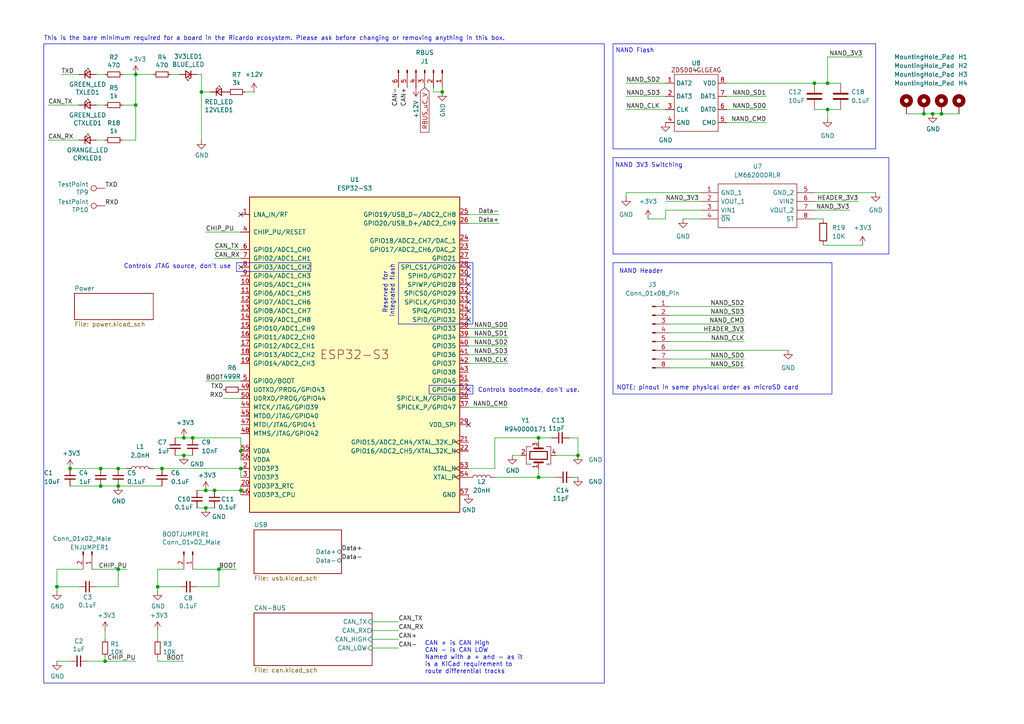
<source format=kicad_sch>
(kicad_sch (version 20231120) (generator "eeschema") (generator_version "8.0")
  (paper "A4")
  (lib_symbols
    (symbol "Connector:Conn_01x02_Male" (pin_names (offset 1.016) hide)
      (property "Reference" "J" (at 0 2.54 0))
      (property "Value" "Conn_01x02_Male" (at 0 -5.08 0))
      (symbol "Conn_01x02_Male_1_1"
        (polyline (pts (xy 1.27 -2.54) (xy 0.8636 -2.54)) (stroke (width 0.1524)))
        (polyline (pts (xy 1.27 0) (xy 0.8636 0)) (stroke (width 0.1524)))
        (rectangle (start 0.8636 -2.413) (end 0 -2.667) (stroke (width 0.1524)) (fill (type outline)))
        (rectangle (start 0.8636 0.127) (end 0 -0.127) (stroke (width 0.1524)) (fill (type outline)))
        (pin passive line (at 5.08 0 180) (length 3.81) (name "Pin_1") (number "1"))
        (pin passive line (at 5.08 -2.54 180) (length 3.81) (name "Pin_2") (number "2"))
      )
    )
    (symbol "Connector:Conn_01x06_Male" (pin_names (offset 1.016) hide)
      (property "Reference" "J" (at 0 7.62 0))
      (property "Value" "Conn_01x06_Male" (at 0 -10.16 0))
      (symbol "Conn_01x06_Male_1_1"
        (polyline (pts (xy 1.27 -7.62) (xy 0.8636 -7.62)) (stroke (width 0.1524)))
        (polyline (pts (xy 1.27 -5.08) (xy 0.8636 -5.08)) (stroke (width 0.1524)))
        (polyline (pts (xy 1.27 -2.54) (xy 0.8636 -2.54)) (stroke (width 0.1524)))
        (polyline (pts (xy 1.27 0) (xy 0.8636 0)) (stroke (width 0.1524)))
        (polyline (pts (xy 1.27 2.54) (xy 0.8636 2.54)) (stroke (width 0.1524)))
        (polyline (pts (xy 1.27 5.08) (xy 0.8636 5.08)) (stroke (width 0.1524)))
        (rectangle (start 0.8636 -7.493) (end 0 -7.747) (stroke (width 0.1524)) (fill (type outline)))
        (rectangle (start 0.8636 -4.953) (end 0 -5.207) (stroke (width 0.1524)) (fill (type outline)))
        (rectangle (start 0.8636 -2.413) (end 0 -2.667) (stroke (width 0.1524)) (fill (type outline)))
        (rectangle (start 0.8636 0.127) (end 0 -0.127) (stroke (width 0.1524)) (fill (type outline)))
        (rectangle (start 0.8636 2.667) (end 0 2.413) (stroke (width 0.1524)) (fill (type outline)))
        (rectangle (start 0.8636 5.207) (end 0 4.953) (stroke (width 0.1524)) (fill (type outline)))
        (pin passive line (at 5.08 5.08 180) (length 3.81) (name "Pin_1") (number "1"))
        (pin passive line (at 5.08 2.54 180) (length 3.81) (name "Pin_2") (number "2"))
        (pin passive line (at 5.08 0 180) (length 3.81) (name "Pin_3") (number "3"))
        (pin passive line (at 5.08 -2.54 180) (length 3.81) (name "Pin_4") (number "4"))
        (pin passive line (at 5.08 -5.08 180) (length 3.81) (name "Pin_5") (number "5"))
        (pin passive line (at 5.08 -7.62 180) (length 3.81) (name "Pin_6") (number "6"))
      )
    )
    (symbol "Connector:Conn_01x08_Pin" (pin_names (offset 1.016) hide)
      (property "Reference" "J" (at 0 10.16 0))
      (property "Value" "Conn_01x08_Pin" (at 0 -12.7 0))
      (symbol "Conn_01x08_Pin_1_1"
        (polyline (pts (xy 1.27 -10.16) (xy 0.8636 -10.16)) (stroke (width 0.1524)))
        (polyline (pts (xy 1.27 -7.62) (xy 0.8636 -7.62)) (stroke (width 0.1524)))
        (polyline (pts (xy 1.27 -5.08) (xy 0.8636 -5.08)) (stroke (width 0.1524)))
        (polyline (pts (xy 1.27 -2.54) (xy 0.8636 -2.54)) (stroke (width 0.1524)))
        (polyline (pts (xy 1.27 0) (xy 0.8636 0)) (stroke (width 0.1524)))
        (polyline (pts (xy 1.27 2.54) (xy 0.8636 2.54)) (stroke (width 0.1524)))
        (polyline (pts (xy 1.27 5.08) (xy 0.8636 5.08)) (stroke (width 0.1524)))
        (polyline (pts (xy 1.27 7.62) (xy 0.8636 7.62)) (stroke (width 0.1524)))
        (rectangle (start 0.8636 -10.033) (end 0 -10.287) (stroke (width 0.1524)) (fill (type outline)))
        (rectangle (start 0.8636 -7.493) (end 0 -7.747) (stroke (width 0.1524)) (fill (type outline)))
        (rectangle (start 0.8636 -4.953) (end 0 -5.207) (stroke (width 0.1524)) (fill (type outline)))
        (rectangle (start 0.8636 -2.413) (end 0 -2.667) (stroke (width 0.1524)) (fill (type outline)))
        (rectangle (start 0.8636 0.127) (end 0 -0.127) (stroke (width 0.1524)) (fill (type outline)))
        (rectangle (start 0.8636 2.667) (end 0 2.413) (stroke (width 0.1524)) (fill (type outline)))
        (rectangle (start 0.8636 5.207) (end 0 4.953) (stroke (width 0.1524)) (fill (type outline)))
        (rectangle (start 0.8636 7.747) (end 0 7.493) (stroke (width 0.1524)) (fill (type outline)))
        (pin passive line (at 5.08 7.62 180) (length 3.81) (name "Pin_1") (number "1"))
        (pin passive line (at 5.08 5.08 180) (length 3.81) (name "Pin_2") (number "2"))
        (pin passive line (at 5.08 2.54 180) (length 3.81) (name "Pin_3") (number "3"))
        (pin passive line (at 5.08 0 180) (length 3.81) (name "Pin_4") (number "4"))
        (pin passive line (at 5.08 -2.54 180) (length 3.81) (name "Pin_5") (number "5"))
        (pin passive line (at 5.08 -5.08 180) (length 3.81) (name "Pin_6") (number "6"))
        (pin passive line (at 5.08 -7.62 180) (length 3.81) (name "Pin_7") (number "7"))
        (pin passive line (at 5.08 -10.16 180) (length 3.81) (name "Pin_8") (number "8"))
      )
    )
    (symbol "Connector:TestPoint" (pin_numbers hide) (pin_names (offset 0.762) hide)
      (property "Reference" "TP" (at 0 6.858 0))
      (property "Value" "TestPoint" (at 0 5.08 0))
      (symbol "TestPoint_0_1"
        (circle (center 0 3.302) (radius 0.762))
      )
      (symbol "TestPoint_1_1"
        (pin passive line (at 0 0 90) (length 2.54) (name "1") (number "1"))
      )
    )
    (symbol "Device:C" (pin_numbers hide) (pin_names (offset 0.254))
      (property "Reference" "C" (at 0.635 2.54 0))
      (property "Value" "C" (at 0.635 -2.54 0))
      (symbol "C_0_1"
        (polyline (pts (xy -2.032 -0.762) (xy 2.032 -0.762)) (stroke (width 0.508)))
        (polyline (pts (xy -2.032 0.762) (xy 2.032 0.762)) (stroke (width 0.508)))
      )
      (symbol "C_1_1"
        (pin passive line (at 0 3.81 270) (length 2.794) (name "~") (number "1"))
        (pin passive line (at 0 -3.81 90) (length 2.794) (name "~") (number "2"))
      )
    )
    (symbol "Device:C_Small" (pin_numbers hide) (pin_names (offset 0.254) hide)
      (property "Reference" "C" (at 0.254 1.778 0))
      (property "Value" "C_Small" (at 0.254 -2.032 0))
      (symbol "C_Small_0_1"
        (polyline (pts (xy -1.524 -0.508) (xy 1.524 -0.508)) (stroke (width 0.3302)))
        (polyline (pts (xy -1.524 0.508) (xy 1.524 0.508)) (stroke (width 0.3048)))
      )
      (symbol "C_Small_1_1"
        (pin passive line (at 0 2.54 270) (length 2.032) (name "~") (number "1"))
        (pin passive line (at 0 -2.54 90) (length 2.032) (name "~") (number "2"))
      )
    )
    (symbol "Device:Crystal_GND24" (pin_names (offset 1.016) hide)
      (property "Reference" "Y" (at 3.175 5.08 0))
      (property "Value" "Crystal_GND24" (at 3.175 3.175 0))
      (symbol "Crystal_GND24_0_1"
        (rectangle (start -1.143 2.54) (end 1.143 -2.54) (stroke (width 0.3048)))
        (polyline (pts (xy -2.54 0) (xy -2.032 0)))
        (polyline (pts (xy -2.032 -1.27) (xy -2.032 1.27)) (stroke (width 0.508)))
        (polyline (pts (xy 0 -3.81) (xy 0 -3.556)))
        (polyline (pts (xy 0 3.556) (xy 0 3.81)))
        (polyline (pts (xy 2.032 -1.27) (xy 2.032 1.27)) (stroke (width 0.508)))
        (polyline (pts (xy 2.032 0) (xy 2.54 0)))
        (polyline (pts (xy -2.54 -2.286) (xy -2.54 -3.556) (xy 2.54 -3.556) (xy 2.54 -2.286)))
        (polyline (pts (xy -2.54 2.286) (xy -2.54 3.556) (xy 2.54 3.556) (xy 2.54 2.286)))
      )
      (symbol "Crystal_GND24_1_1"
        (pin passive line (at -3.81 0 0) (length 1.27) (name "1") (number "1"))
        (pin passive line (at 0 5.08 270) (length 1.27) (name "2") (number "2"))
        (pin passive line (at 3.81 0 180) (length 1.27) (name "3") (number "3"))
        (pin passive line (at 0 -5.08 90) (length 1.27) (name "4") (number "4"))
      )
    )
    (symbol "Device:L" (pin_numbers hide) (pin_names (offset 1.016) hide)
      (property "Reference" "L" (at -1.27 0 90))
      (property "Value" "L" (at 1.905 0 90))
      (symbol "L_0_1"
        (arc (start 0 -2.54) (mid 0.6323 -1.905) (end 0 -1.27))
        (arc (start 0 -1.27) (mid 0.6323 -0.635) (end 0 0))
        (arc (start 0 0) (mid 0.6323 0.635) (end 0 1.27))
        (arc (start 0 1.27) (mid 0.6323 1.905) (end 0 2.54))
      )
      (symbol "L_1_1"
        (pin passive line (at 0 3.81 270) (length 1.27) (name "1") (number "1"))
        (pin passive line (at 0 -3.81 90) (length 1.27) (name "2") (number "2"))
      )
    )
    (symbol "Device:LED_Small" (pin_numbers hide) (pin_names (offset 0.254) hide)
      (property "Reference" "D" (at -1.27 3.175 0))
      (property "Value" "LED_Small" (at -4.445 -2.54 0))
      (symbol "LED_Small_0_1"
        (polyline (pts (xy -0.762 -1.016) (xy -0.762 1.016)) (stroke (width 0.254)))
        (polyline (pts (xy 1.016 0) (xy -0.762 0)))
        (polyline (pts (xy 0.762 -1.016) (xy -0.762 0) (xy 0.762 1.016) (xy 0.762 -1.016)) (stroke (width 0.254)))
        (polyline (pts (xy 0 0.762) (xy -0.508 1.27) (xy -0.254 1.27) (xy -0.508 1.27) (xy -0.508 1.016)))
        (polyline (pts (xy 0.508 1.27) (xy 0 1.778) (xy 0.254 1.778) (xy 0 1.778) (xy 0 1.524)))
      )
      (symbol "LED_Small_1_1"
        (pin passive line (at -2.54 0 0) (length 1.778) (name "K") (number "1"))
        (pin passive line (at 2.54 0 180) (length 1.778) (name "A") (number "2"))
      )
    )
    (symbol "Device:R" (pin_numbers hide) (pin_names (offset 0))
      (property "Reference" "R" (at 2.032 0 90))
      (property "Value" "R" (at 0 0 90))
      (symbol "R_0_1"
        (rectangle (start -1.016 -2.54) (end 1.016 2.54) (stroke (width 0.254)))
      )
      (symbol "R_1_1"
        (pin passive line (at 0 3.81 270) (length 1.27) (name "~") (number "1"))
        (pin passive line (at 0 -3.81 90) (length 1.27) (name "~") (number "2"))
      )
    )
    (symbol "Device:R_Small" (pin_numbers hide) (pin_names (offset 0.254) hide)
      (property "Reference" "R" (at 0.762 0.508 0))
      (property "Value" "R_Small" (at 0.762 -1.016 0))
      (symbol "R_Small_0_1"
        (rectangle (start -0.762 1.778) (end 0.762 -1.778) (stroke (width 0.2032)))
      )
      (symbol "R_Small_1_1"
        (pin passive line (at 0 2.54 270) (length 0.762) (name "~") (number "1"))
        (pin passive line (at 0 -2.54 90) (length 0.762) (name "~") (number "2"))
      )
    )
    (symbol "Espressif:ESP32-S3" (pin_names (offset 1.016))
      (property "Reference" "U" (at 0 48.26 0))
      (property "Value" "ESP32-S3" (at 0 -48.26 0))
      (symbol "ESP32-S3_0_0"
        (text "ESP32-S3" (at 0 0 0) (effects (font (size 2.54 2.54))))
        (pin bidirectional line (at 33.02 -12.7 180) (length 2.54) (name "SPICLK_N/GPIO48") (number "36"))
        (pin bidirectional line (at 33.02 -15.24 180) (length 2.54) (name "SPICLK_P/GPIO47") (number "37"))
      )
      (symbol "ESP32-S3_0_1"
        (rectangle (start -30.48 45.72) (end 30.48 -45.72) (stroke (width 0.254)) (fill (type background)))
      )
      (symbol "ESP32-S3_1_1"
        (pin bidirectional line (at -33.02 40.64 0) (length 2.54) (name "LNA_IN/RF") (number "1"))
        (pin bidirectional line (at -33.02 20.32 0) (length 2.54) (name "GPIO5/ADC1_CH4") (number "10"))
        (pin bidirectional line (at -33.02 17.78 0) (length 2.54) (name "GPIO6/ADC1_CH5") (number "11"))
        (pin bidirectional line (at -33.02 15.24 0) (length 2.54) (name "GPIO7/ADC1_CH6") (number "12"))
        (pin bidirectional line (at -33.02 12.7 0) (length 2.54) (name "GPIO8/ADC1_CH7") (number "13"))
        (pin bidirectional line (at -33.02 10.16 0) (length 2.54) (name "GPIO9/ADC1_CH8") (number "14"))
        (pin bidirectional line (at -33.02 7.62 0) (length 2.54) (name "GPIO10/ADC1_CH9") (number "15"))
        (pin bidirectional line (at -33.02 5.08 0) (length 2.54) (name "GPIO11/ADC2_CH0") (number "16"))
        (pin bidirectional line (at -33.02 2.54 0) (length 2.54) (name "GPIO12/ADC2_CH1") (number "17"))
        (pin bidirectional line (at -33.02 0 0) (length 2.54) (name "GPIO13/ADC2_CH2") (number "18"))
        (pin bidirectional line (at -33.02 -2.54 0) (length 2.54) (name "GPIO14/ADC2_CH3") (number "19"))
        (pin power_in line (at -33.02 -33.02 0) (length 2.54) (name "VDD3P3") (number "2"))
        (pin power_in line (at -33.02 -38.1 0) (length 2.54) (name "VDD3P3_RTC") (number "20"))
        (pin input clock (at 33.02 -25.4 180) (length 2.54) (name "GPIO15/ADC2_CH4/XTAL_32K_P") (number "21"))
        (pin output clock (at 33.02 -27.94 180) (length 2.54) (name "GPIO16/ADC2_CH5/XTAL_32K_N") (number "22"))
        (pin bidirectional line (at 33.02 30.48 180) (length 2.54) (name "GPIO17/ADC2_CH6/DAC_2") (number "23"))
        (pin bidirectional line (at 33.02 33.02 180) (length 2.54) (name "GPIO18/ADC2_CH7/DAC_1") (number "24"))
        (pin bidirectional line (at 33.02 40.64 180) (length 2.54) (name "GPIO19/USB_D-/ADC2_CH8") (number "25"))
        (pin bidirectional line (at 33.02 38.1 180) (length 2.54) (name "GPIO20/USB_D+/ADC2_CH9") (number "26"))
        (pin bidirectional line (at 33.02 27.94 180) (length 2.54) (name "GPIO21") (number "27"))
        (pin bidirectional line (at 33.02 25.4 180) (length 2.54) (name "SPI_CS1/GPIO26") (number "28"))
        (pin power_out line (at 33.02 -20.32 180) (length 2.54) (name "VDD_SPI") (number "29"))
        (pin power_in line (at -33.02 -35.56 0) (length 2.54) (name "VDD3P3") (number "3"))
        (pin bidirectional line (at 33.02 22.86 180) (length 2.54) (name "SPIHD/GPIO27") (number "30"))
        (pin bidirectional line (at 33.02 20.32 180) (length 2.54) (name "SPIWP/GPIO28") (number "31"))
        (pin bidirectional line (at 33.02 17.78 180) (length 2.54) (name "SPICS0/GPIO29") (number "32"))
        (pin bidirectional line (at 33.02 15.24 180) (length 2.54) (name "SPICLK/GPIO30") (number "33"))
        (pin bidirectional line (at 33.02 12.7 180) (length 2.54) (name "SPIQ/GPIO31") (number "34"))
        (pin bidirectional line (at 33.02 10.16 180) (length 2.54) (name "SPID/GPIO32") (number "35"))
        (pin bidirectional line (at 33.02 7.62 180) (length 2.54) (name "GPIO33") (number "38"))
        (pin bidirectional line (at 33.02 5.08 180) (length 2.54) (name "GPIO34") (number "39"))
        (pin input line (at -33.02 35.56 0) (length 2.54) (name "CHIP_PU/RESET") (number "4"))
        (pin bidirectional line (at 33.02 2.54 180) (length 2.54) (name "GPIO35") (number "40"))
        (pin bidirectional line (at 33.02 0 180) (length 2.54) (name "GPIO36") (number "41"))
        (pin bidirectional line (at 33.02 -2.54 180) (length 2.54) (name "GPIO37") (number "42"))
        (pin bidirectional line (at 33.02 -5.08 180) (length 2.54) (name "GPIO38") (number "43"))
        (pin bidirectional line (at -33.02 -15.24 0) (length 2.54) (name "MTCK/JTAG/GPIO39") (number "44"))
        (pin bidirectional line (at -33.02 -17.78 0) (length 2.54) (name "MTDO/JTAG/GPIO40") (number "45"))
        (pin power_in line (at -33.02 -40.64 0) (length 2.54) (name "VDD3P3_CPU") (number "46"))
        (pin bidirectional line (at -33.02 -20.32 0) (length 2.54) (name "MTDI/JTAG/GPIO41") (number "47"))
        (pin bidirectional line (at -33.02 -22.86 0) (length 2.54) (name "MTMS/JTAG/GPIO42") (number "48"))
        (pin bidirectional line (at -33.02 -10.16 0) (length 2.54) (name "U0TXD/PROG/GPIO43") (number "49"))
        (pin bidirectional line (at -33.02 -7.62 0) (length 2.54) (name "GPIO0/BOOT") (number "5"))
        (pin bidirectional line (at -33.02 -12.7 0) (length 2.54) (name "U0RXD/PROG/GPIO44") (number "50"))
        (pin bidirectional line (at 33.02 -7.62 180) (length 2.54) (name "GPIO45") (number "51"))
        (pin bidirectional line (at 33.02 -10.16 180) (length 2.54) (name "GPIO46") (number "52"))
        (pin input clock (at 33.02 -33.02 180) (length 2.54) (name "XTAL_N") (number "53"))
        (pin output clock (at 33.02 -35.56 180) (length 2.54) (name "XTAL_P") (number "54"))
        (pin power_in line (at -33.02 -27.94 0) (length 2.54) (name "VDDA") (number "55"))
        (pin power_in line (at -33.02 -30.48 0) (length 2.54) (name "VDDA") (number "56"))
        (pin power_in line (at 33.02 -40.64 180) (length 2.54) (name "GND") (number "57"))
        (pin bidirectional line (at -33.02 30.48 0) (length 2.54) (name "GPIO1/ADC1_CH0") (number "6"))
        (pin bidirectional line (at -33.02 27.94 0) (length 2.54) (name "GPIO2/ADC1_CH1") (number "7"))
        (pin bidirectional line (at -33.02 25.4 0) (length 2.54) (name "GPIO3/ADC1_CH2") (number "8"))
        (pin bidirectional line (at -33.02 22.86 0) (length 2.54) (name "GPIO4/ADC1_CH3") (number "9"))
      )
    )
    (symbol "Mechanical:MountingHole_Pad" (pin_numbers hide) (pin_names (offset 1.016) hide) (exclude_from_sim yes) (in_bom no)
      (property "Reference" "H" (at 0 6.35 0))
      (property "Value" "MountingHole_Pad" (at 0 4.445 0))
      (symbol "MountingHole_Pad_0_1"
        (circle (center 0 1.27) (radius 1.27) (stroke (width 1.27)))
      )
      (symbol "MountingHole_Pad_1_1"
        (pin input line (at 0 -2.54 90) (length 2.54) (name "1") (number "1"))
      )
    )
    (symbol "iclr:LM66200DRLR" (pin_names (offset 0.762))
      (property "Reference" "U" (at 29.21 7.62 0))
      (property "Value" "LM66200DRLR" (at 29.21 5.08 0))
      (symbol "LM66200DRLR_0_0"
        (pin passive line (at 0 0 0) (length 5.08) (name "GND_1") (number "1"))
        (pin passive line (at 0 -2.54 0) (length 5.08) (name "VOUT_1") (number "2"))
        (pin passive line (at 0 -5.08 0) (length 5.08) (name "VIN1") (number "3"))
        (pin passive line (at 0 -7.62 0) (length 5.08) (name "~{ON}") (number "4"))
        (pin passive line (at 33.02 0 180) (length 5.08) (name "GND_2") (number "5"))
        (pin passive line (at 33.02 -2.54 180) (length 5.08) (name "VIN2") (number "6"))
        (pin passive line (at 33.02 -5.08 180) (length 5.08) (name "VOUT_2") (number "7"))
        (pin passive line (at 33.02 -7.62 180) (length 5.08) (name "ST") (number "8"))
      )
      (symbol "LM66200DRLR_0_1"
        (polyline (pts (xy 5.08 2.54) (xy 27.94 2.54) (xy 27.94 -10.16) (xy 5.08 -10.16) (xy 5.08 2.54)) (stroke (width 0.1524)))
      )
    )
    (symbol "iclr:ZDSD04GLGEAG"
      (property "Reference" "U" (at 0 3.81 0))
      (symbol "ZDSD04GLGEAG_0_1"
        (rectangle (start -6.35 0) (end 6.35 -16.51))
      )
      (symbol "ZDSD04GLGEAG_1_1"
        (text "ZDSD04GLGEAG" (at 0 1.27 0) (effects (font (size 1.27 1.27))))
        (pin bidirectional line (at -8.89 -2.54 0) (length 2.54) (name "DAT2") (number "1"))
        (pin bidirectional line (at -8.89 -6.35 0) (length 2.54) (name "DAT3") (number "2"))
        (pin input line (at -8.89 -10.16 0) (length 2.54) (name "CLK") (number "3"))
        (pin input line (at -8.89 -13.97 0) (length 2.54) (name "GND") (number "4"))
        (pin input line (at 8.89 -13.97 180) (length 2.54) (name "CMD") (number "5"))
        (pin bidirectional line (at 8.89 -10.16 180) (length 2.54) (name "DAT0") (number "6"))
        (pin bidirectional line (at 8.89 -6.35 180) (length 2.54) (name "DAT1") (number "7"))
        (pin input line (at 8.89 -2.54 180) (length 2.54) (name "VDD") (number "8"))
      )
    )
    (symbol "power:+12V" (power) (pin_numbers hide) (pin_names (offset 0) hide)
      (property "Value" "+12V" (at 0 3.556 0))
      (symbol "+12V_0_1"
        (polyline (pts (xy -0.762 1.27) (xy 0 2.54)))
        (polyline (pts (xy 0 0) (xy 0 2.54)))
        (polyline (pts (xy 0 2.54) (xy 0.762 1.27)))
      )
      (symbol "+12V_1_1"
        (pin power_in line (at 0 0 90) (length 0) (name "~") (number "1"))
      )
    )
    (symbol "power:+3.3V" (power) (pin_numbers hide) (pin_names (offset 0) hide)
      (property "Value" "+3.3V" (at 0 3.556 0))
      (symbol "+3.3V_0_1"
        (polyline (pts (xy -0.762 1.27) (xy 0 2.54)))
        (polyline (pts (xy 0 0) (xy 0 2.54)))
        (polyline (pts (xy 0 2.54) (xy 0.762 1.27)))
      )
      (symbol "+3.3V_1_1"
        (pin power_in line (at 0 0 90) (length 0) (name "~") (number "1"))
      )
    )
    (symbol "power:GND" (power) (pin_numbers hide) (pin_names (offset 0) hide)
      (property "Value" "GND" (at 0 -3.81 0))
      (symbol "GND_0_1"
        (polyline (pts (xy 0 0) (xy 0 -1.27) (xy 1.27 -1.27) (xy 0 -2.54) (xy -1.27 -1.27) (xy 0 -1.27)))
      )
      (symbol "GND_1_1"
        (pin power_in line (at 0 0 270) (length 0) (name "~") (number "1"))
      )
    )
  )
  (junction (at 39.37 21.59))
  (junction (at 59.69 142.24))
  (junction (at 236.22 24.13))
  (junction (at 53.34 127))
  (junction (at 58.42 26.67))
  (junction (at 39.37 30.48))
  (junction (at 240.03 31.75))
  (junction (at 30.48 191.77))
  (junction (at 240.03 24.13))
  (junction (at 69.85 142.24))
  (junction (at 55.88 127))
  (junction (at 63.5 165.1))
  (junction (at 59.69 147.32))
  (junction (at 62.23 142.24))
  (junction (at 34.29 135.89))
  (junction (at 20.32 135.89))
  (junction (at 45.72 170.18))
  (junction (at 29.21 135.89))
  (junction (at 34.29 140.97))
  (junction (at 156.21 127))
  (junction (at 273.05 33.02))
  (junction (at 53.34 132.08))
  (junction (at 156.21 138.43))
  (junction (at 69.85 130.81))
  (junction (at 29.21 140.97))
  (junction (at 16.51 170.18))
  (junction (at 270.51 33.02))
  (junction (at 267.97 33.02))
  (junction (at 167.64 132.08))
  (junction (at 46.99 135.89))
  (junction (at 128.27 26.67))
  (junction (at 34.29 165.1))
  (junction (at 69.85 135.89))
  (no_connect (at 135.89 77.47))
  (no_connect (at 135.89 87.63))
  (no_connect (at 135.89 85.09))
  (no_connect (at 135.89 90.17))
  (no_connect (at 135.89 80.01))
  (no_connect (at 135.89 92.71))
  (no_connect (at 69.85 77.47))
  (no_connect (at 69.85 62.23))
  (no_connect (at 135.89 113.03))
  (no_connect (at 135.89 82.55))
  (no_connect (at 135.89 123.19))
  (wire (pts (xy 236.22 55.88) (xy 254 55.88)))
  (wire (pts (xy 181.61 24.13) (xy 193.04 24.13)))
  (wire (pts (xy 194.31 88.9) (xy 215.9 88.9)))
  (wire (pts (xy 30.48 191.77) (xy 30.48 190.5)))
  (wire (pts (xy 194.31 91.44) (xy 215.9 91.44)))
  (wire (pts (xy 135.89 62.23) (xy 144.78 62.23)))
  (wire (pts (xy 210.82 35.56) (xy 222.25 35.56)))
  (wire (pts (xy 194.31 99.06) (xy 215.9 99.06)))
  (wire (pts (xy 69.85 135.89) (xy 69.85 138.43)))
  (polyline (pts (xy 90.17 78.74) (xy 68.58 78.74)))
  (wire (pts (xy 63.5 170.18) (xy 63.5 165.1)))
  (wire (pts (xy 194.31 106.68) (xy 215.9 106.68)))
  (polyline (pts (xy 68.58 76.2) (xy 68.58 78.74)))
  (wire (pts (xy 60.96 26.67) (xy 58.42 26.67)))
  (wire (pts (xy 16.51 191.77) (xy 20.32 191.77)))
  (wire (pts (xy 240.03 16.51) (xy 240.03 24.13)))
  (wire (pts (xy 181.61 31.75) (xy 193.04 31.75)))
  (wire (pts (xy 107.95 180.34) (xy 115.57 180.34)))
  (wire (pts (xy 128.27 25.4) (xy 128.27 26.67)))
  (wire (pts (xy 181.61 27.94) (xy 193.04 27.94)))
  (wire (pts (xy 160.02 127) (xy 156.21 127)))
  (wire (pts (xy 181.61 55.88) (xy 181.61 57.15)))
  (wire (pts (xy 35.56 30.48) (xy 39.37 30.48)))
  (wire (pts (xy 45.72 165.1) (xy 53.34 165.1)))
  (wire (pts (xy 125.73 26.67) (xy 128.27 26.67)))
  (wire (pts (xy 135.89 95.25) (xy 147.32 95.25)))
  (wire (pts (xy 58.42 21.59) (xy 57.15 21.59)))
  (wire (pts (xy 29.21 135.89) (xy 34.29 135.89)))
  (wire (pts (xy 135.89 105.41) (xy 147.32 105.41)))
  (wire (pts (xy 236.22 60.96) (xy 246.38 60.96)))
  (wire (pts (xy 210.82 24.13) (xy 236.22 24.13)))
  (wire (pts (xy 143.51 138.43) (xy 156.21 138.43)))
  (wire (pts (xy 59.69 110.49) (xy 69.85 110.49)))
  (polyline (pts (xy 12.7 12.7) (xy 12.7 198.12)))
  (wire (pts (xy 267.97 33.02) (xy 262.89 33.02)))
  (wire (pts (xy 16.51 170.18) (xy 16.51 171.45)))
  (wire (pts (xy 57.15 170.18) (xy 63.5 170.18)))
  (wire (pts (xy 194.31 96.52) (xy 215.9 96.52)))
  (polyline (pts (xy 137.16 111.76) (xy 137.16 114.3)))
  (wire (pts (xy 68.58 165.1) (xy 63.5 165.1)))
  (wire (pts (xy 236.22 31.75) (xy 240.03 31.75)))
  (wire (pts (xy 194.31 104.14) (xy 215.9 104.14)))
  (wire (pts (xy 135.89 97.79) (xy 147.32 97.79)))
  (wire (pts (xy 27.94 21.59) (xy 30.48 21.59)))
  (wire (pts (xy 135.89 100.33) (xy 147.32 100.33)))
  (wire (pts (xy 16.51 165.1) (xy 16.51 170.18)))
  (wire (pts (xy 161.29 132.08) (xy 167.64 132.08)))
  (wire (pts (xy 30.48 182.88) (xy 30.48 185.42)))
  (wire (pts (xy 57.15 147.32) (xy 59.69 147.32)))
  (polyline (pts (xy 68.58 76.2) (xy 90.17 76.2)))
  (wire (pts (xy 34.29 135.89) (xy 36.83 135.89)))
  (wire (pts (xy 69.85 142.24) (xy 69.85 143.51)))
  (wire (pts (xy 240.03 16.51) (xy 250.19 16.51)))
  (wire (pts (xy 62.23 142.24) (xy 69.85 142.24)))
  (wire (pts (xy 187.96 63.5) (xy 193.04 63.5)))
  (wire (pts (xy 210.82 27.94) (xy 222.25 27.94)))
  (wire (pts (xy 64.77 115.57) (xy 69.85 115.57)))
  (wire (pts (xy 53.34 132.08) (xy 55.88 132.08)))
  (wire (pts (xy 143.51 135.89) (xy 143.51 127)))
  (wire (pts (xy 156.21 127) (xy 156.21 128.27)))
  (wire (pts (xy 34.29 165.1) (xy 36.83 165.1)))
  (wire (pts (xy 50.8 132.08) (xy 53.34 132.08)))
  (polyline (pts (xy 124.46 111.76) (xy 124.46 114.3)))
  (wire (pts (xy 35.56 40.64) (xy 39.37 40.64)))
  (wire (pts (xy 236.22 24.13) (xy 240.03 24.13)))
  (polyline (pts (xy 12.7 12.7) (xy 175.26 12.7)))
  (wire (pts (xy 194.31 93.98) (xy 215.9 93.98)))
  (wire (pts (xy 39.37 30.48) (xy 39.37 40.64)))
  (wire (pts (xy 44.45 135.89) (xy 46.99 135.89)))
  (wire (pts (xy 69.85 130.81) (xy 69.85 133.35)))
  (wire (pts (xy 39.37 30.48) (xy 39.37 21.59)))
  (wire (pts (xy 193.04 60.96) (xy 203.2 60.96)))
  (wire (pts (xy 22.86 170.18) (xy 16.51 170.18)))
  (wire (pts (xy 194.31 101.6) (xy 228.6 101.6)))
  (wire (pts (xy 27.94 40.64) (xy 30.48 40.64)))
  (wire (pts (xy 240.03 31.75) (xy 243.84 31.75)))
  (wire (pts (xy 50.8 127) (xy 53.34 127)))
  (wire (pts (xy 193.04 63.5) (xy 193.04 60.96)))
  (wire (pts (xy 17.78 21.59) (xy 22.86 21.59)))
  (wire (pts (xy 13.97 30.48) (xy 22.86 30.48)))
  (wire (pts (xy 52.07 170.18) (xy 45.72 170.18)))
  (wire (pts (xy 278.13 33.02) (xy 273.05 33.02)))
  (wire (pts (xy 29.21 140.97) (xy 34.29 140.97)))
  (wire (pts (xy 35.56 21.59) (xy 39.37 21.59)))
  (wire (pts (xy 55.88 127) (xy 69.85 127)))
  (wire (pts (xy 107.95 187.96) (xy 115.57 187.96)))
  (wire (pts (xy 107.95 182.88) (xy 115.57 182.88)))
  (wire (pts (xy 69.85 127) (xy 69.85 130.81)))
  (wire (pts (xy 240.03 24.13) (xy 243.84 24.13)))
  (polyline (pts (xy 137.16 114.3) (xy 124.46 114.3)))
  (wire (pts (xy 55.88 165.1) (xy 63.5 165.1)))
  (wire (pts (xy 125.73 25.4) (xy 125.73 26.67)))
  (wire (pts (xy 25.4 191.77) (xy 30.48 191.77)))
  (wire (pts (xy 273.05 33.02) (xy 270.51 33.02)))
  (wire (pts (xy 135.89 135.89) (xy 143.51 135.89)))
  (wire (pts (xy 45.72 170.18) (xy 45.72 171.45)))
  (wire (pts (xy 45.72 191.77) (xy 45.72 190.5)))
  (wire (pts (xy 62.23 72.39) (xy 69.85 72.39)))
  (wire (pts (xy 49.53 21.59) (xy 52.07 21.59)))
  (wire (pts (xy 240.03 31.75) (xy 240.03 34.29)))
  (wire (pts (xy 148.59 132.08) (xy 151.13 132.08)))
  (wire (pts (xy 210.82 31.75) (xy 222.25 31.75)))
  (wire (pts (xy 58.42 21.59) (xy 58.42 26.67)))
  (wire (pts (xy 161.29 138.43) (xy 156.21 138.43)))
  (wire (pts (xy 236.22 63.5) (xy 238.76 63.5)))
  (wire (pts (xy 236.22 58.42) (xy 248.92 58.42)))
  (wire (pts (xy 198.12 63.5) (xy 203.2 63.5)))
  (wire (pts (xy 59.69 67.31) (xy 69.85 67.31)))
  (wire (pts (xy 62.23 74.93) (xy 69.85 74.93)))
  (wire (pts (xy 238.76 71.12) (xy 250.19 71.12)))
  (wire (pts (xy 181.61 55.88) (xy 203.2 55.88)))
  (wire (pts (xy 53.34 191.77) (xy 45.72 191.77)))
  (wire (pts (xy 58.42 26.67) (xy 58.42 40.64)))
  (wire (pts (xy 193.04 58.42) (xy 203.2 58.42)))
  (wire (pts (xy 156.21 135.89) (xy 156.21 138.43)))
  (wire (pts (xy 34.29 170.18) (xy 34.29 165.1)))
  (polyline (pts (xy 90.17 76.2) (xy 90.17 78.74)))
  (wire (pts (xy 143.51 127) (xy 156.21 127)))
  (wire (pts (xy 167.64 138.43) (xy 166.37 138.43)))
  (wire (pts (xy 135.89 102.87) (xy 147.32 102.87)))
  (wire (pts (xy 20.32 135.89) (xy 29.21 135.89)))
  (wire (pts (xy 167.64 127) (xy 167.64 132.08)))
  (wire (pts (xy 13.97 40.64) (xy 22.86 40.64)))
  (wire (pts (xy 39.37 21.59) (xy 44.45 21.59)))
  (polyline (pts (xy 124.46 111.76) (xy 137.16 111.76)))
  (wire (pts (xy 59.69 147.32) (xy 62.23 147.32)))
  (wire (pts (xy 30.48 191.77) (xy 39.37 191.77)))
  (wire (pts (xy 270.51 33.02) (xy 267.97 33.02)))
  (wire (pts (xy 107.95 185.42) (xy 115.57 185.42)))
  (wire (pts (xy 53.34 127) (xy 55.88 127)))
  (wire (pts (xy 73.66 26.67) (xy 71.12 26.67)))
  (wire (pts (xy 46.99 135.89) (xy 69.85 135.89)))
  (polyline (pts (xy 175.26 12.7) (xy 175.26 198.12)))
  (wire (pts (xy 135.89 118.11) (xy 147.32 118.11)))
  (wire (pts (xy 27.94 30.48) (xy 30.48 30.48)))
  (wire (pts (xy 34.29 140.97) (xy 46.99 140.97)))
  (wire (pts (xy 135.89 64.77) (xy 144.78 64.77)))
  (wire (pts (xy 27.94 170.18) (xy 34.29 170.18)))
  (wire (pts (xy 45.72 165.1) (xy 45.72 170.18)))
  (wire (pts (xy 59.69 142.24) (xy 62.23 142.24)))
  (wire (pts (xy 57.15 142.24) (xy 59.69 142.24)))
  (wire (pts (xy 20.32 140.97) (xy 29.21 140.97)))
  (wire (pts (xy 69.85 142.24) (xy 69.85 140.97)))
  (wire (pts (xy 167.64 127) (xy 165.1 127)))
  (wire (pts (xy 26.67 165.1) (xy 34.29 165.1)))
  (wire (pts (xy 45.72 182.88) (xy 45.72 185.42)))
  (wire (pts (xy 16.51 165.1) (xy 24.13 165.1)))
  (polyline (pts (xy 175.26 198.12) (xy 12.7 198.12)))
  (rectangle (start 177.8 76.2) (end 241.3 114.3))
  (rectangle (start 115.57 76.2) (end 137.16 93.98))
  (rectangle (start 177.8 45.72) (end 257.81 73.66))
  (rectangle (start 177.8 12.7) (end 254 43.18))
  (text "Controls bootmode, don't use.\n" (at 138.5894 113.9757 0) (effects (font (size 1.27 1.27)) (justify left bottom)))
  (text "NAND Flash" (at 184.15 14.732 0) (effects (font (size 1.27 1.27))))
  (text "This is the bare minimum required for a board in the Ricardo ecosystem. Please ask before changing or removing anything in this box.\n\n" (at 12.7 13.97 0) (effects (font (size 1.27 1.27)) (justify left bottom)))
  (text "CAN + is CAN High\nCAN - is CAN LOW\nNamed with a + and - as it\nis a KiCad requirement to\nroute differential tracks\n" (at 123.19 195.58 0) (effects (font (size 1.27 1.27)) (justify left bottom)))
  (text "NOTE: pinout in same physical order as microSD card" (at 205.232 112.522 0) (effects (font (size 1.27 1.27))))
  (text "NAND 3V3 Switching" (at 188.214 48.006 0) (effects (font (size 1.27 1.27))))
  (text "Controls JTAG source, don't use\n" (at 67.0857 78.0878 0) (effects (font (size 1.27 1.27)) (justify right bottom)))
  (text "Reserved for \nintegrated flash" (at 112.776 84.328 90) (effects (font (size 1.27 1.27))))
  (text "NAND Header" (at 185.928 78.74 0) (effects (font (size 1.27 1.27))))
  (label "NAND_SD0" (at 147.32 95.25 180))
  (label "NAND_SD2" (at 215.9 88.9 180))
  (label "CHIP_PU" (at 36.83 165.1 180))
  (label "CAN+" (at 115.57 185.42 0))
  (label "Data+" (at 99.06 160.02 0) (property "Netclass" "USB" (effects (hide yes))))
  (label "RXD" (at 30.48 59.69 0))
  (label "NAND_CLK" (at 147.32 105.41 180))
  (label "CAN_RX" (at 62.23 74.93 0))
  (label "NAND_SD1" (at 215.9 106.68 180))
  (label "NAND_3V3" (at 246.38 60.96 180))
  (label "Data-" (at 99.06 162.56 0) (property "Netclass" "USB" (effects (hide yes))))
  (label "BOOT" (at 53.34 191.77 180))
  (label "NAND_SD3" (at 215.9 91.44 180))
  (label "TXD" (at 30.48 54.61 0))
  (label "CAN_RX" (at 13.97 40.64 0))
  (label "NAND_SD2" (at 147.32 100.33 180))
  (label "CAN-" (at 115.57 25.4 270))
  (label "NAND_CMD" (at 222.25 35.56 180))
  (label "NAND_CLK" (at 181.61 31.75 0))
  (label "CAN+" (at 118.11 25.4 270))
  (label "CAN_TX" (at 115.57 180.34 0))
  (label "NAND_CLK" (at 215.9 99.06 180))
  (label "BOOT" (at 68.58 165.1 180))
  (label "NAND_CMD" (at 215.9 93.98 180))
  (label "CAN_TX" (at 62.23 72.39 0))
  (label "NAND_SD0" (at 215.9 104.14 180))
  (label "RXD" (at 64.77 115.57 180))
  (label "BOOT" (at 59.69 110.49 0))
  (label "TXD" (at 64.77 113.03 180))
  (label "HEADER_3V3" (at 248.92 58.42 180))
  (label "NAND_3V3" (at 193.04 58.42 0))
  (label "CAN_TX" (at 13.97 30.48 0))
  (label "NAND_SD0" (at 222.25 31.75 180))
  (label "NAND_SD3" (at 147.32 102.87 180))
  (label "NAND_3V3" (at 250.19 16.51 180))
  (label "CHIP_PU" (at 59.69 67.31 0))
  (label "NAND_SD1" (at 147.32 97.79 180))
  (label "HEADER_3V3" (at 215.9 96.52 180))
  (label "NAND_SD3" (at 181.61 27.94 0))
  (label "CAN_RX" (at 115.57 182.88 0))
  (label "Data+" (at 144.78 64.77 180))
  (label "Data-" (at 144.78 62.23 180))
  (label "CAN-" (at 115.57 187.96 0))
  (label "NAND_CMD" (at 147.32 118.11 180))
  (label "NAND_SD1" (at 222.25 27.94 180))
  (label "TXD" (at 17.78 21.59 0))
  (label "CHIP_PU" (at 39.37 191.77 180))
  (label "NAND_SD2" (at 181.61 24.13 0))
  (global_label "RBUS_uC_V" (shape input) (at 123.19 25.4 270) (property "Intersheetrefs" "${INTERSHEET_REFS}" (effects (hide yes))))
  (symbol (lib_id "power:+3.3V") (at 30.48 182.88 0) (unit 1)
    (property "Reference" "#PWR04" (effects (hide yes)))
    (property "Value" "+3V3" (at 30.861 178.4858 0))
    (property "Description" "Power symbol creates a global label with name \"+3.3V\"" (effects (hide yes)))
  )
  (symbol (lib_id "Device:R_Small") (at 30.48 187.96 0) (unit 1)
    (property "Reference" "R1" (at 31.9786 186.7916 0) (effects (justify left)))
    (property "Value" "10K" (at 31.9786 189.103 0) (effects (justify left)))
    (property "Footprint" "Resistor_SMD:R_0402_1005Metric" (effects (hide yes)))
    (property "Description" "Resistor, small symbol" (effects (hide yes)))
  )
  (symbol (lib_id "Device:C_Small") (at 22.86 191.77 270) (unit 1)
    (property "Reference" "C2" (at 22.86 185.9534 90))
    (property "Value" "1uF" (at 22.86 188.2648 90))
    (property "Footprint" "Capacitor_SMD:C_0402_1005Metric" (effects (hide yes)))
    (property "Description" "Unpolarized capacitor, small symbol" (effects (hide yes)))
  )
  (symbol (lib_id "power:GND") (at 16.51 191.77 0) (unit 1)
    (property "Reference" "#PWR02" (effects (hide yes)))
    (property "Value" "GND" (at 16.637 196.1642 0))
    (property "Description" "Power symbol creates a global label with name \"GND\" , ground" (effects (hide yes)))
  )
  (symbol (lib_id "power:+3.3V") (at 45.72 182.88 0) (unit 1)
    (property "Reference" "#PWR08" (effects (hide yes)))
    (property "Value" "+3V3" (at 46.101 178.4858 0))
    (property "Description" "Power symbol creates a global label with name \"+3.3V\"" (effects (hide yes)))
  )
  (symbol (lib_id "Device:R_Small") (at 45.72 187.96 0) (unit 1)
    (property "Reference" "R3" (at 47.2186 186.7916 0) (effects (justify left)))
    (property "Value" "10K" (at 47.2186 189.103 0) (effects (justify left)))
    (property "Footprint" "Resistor_SMD:R_0402_1005Metric" (effects (hide yes)))
    (property "Description" "Resistor, small symbol" (effects (hide yes)))
  )
  (symbol (lib_id "power:GND") (at 45.72 171.45 0) (unit 1)
    (property "Reference" "#PWR07" (effects (hide yes)))
    (property "Value" "GND" (at 45.847 175.8442 0))
    (property "Description" "Power symbol creates a global label with name \"GND\" , ground" (effects (hide yes)))
  )
  (symbol (lib_id "Device:C_Small") (at 54.61 170.18 270) (unit 1)
    (property "Reference" "C8" (at 54.61 173.4566 90))
    (property "Value" "0.1uF" (at 54.61 175.768 90))
    (property "Footprint" "Capacitor_SMD:C_0402_1005Metric" (effects (hide yes)))
    (property "Description" "Unpolarized capacitor, small symbol" (effects (hide yes)))
  )
  (symbol (lib_id "power:GND") (at 16.51 171.45 0) (unit 1)
    (property "Reference" "#PWR01" (effects (hide yes)))
    (property "Value" "GND" (at 16.637 175.8442 0))
    (property "Description" "Power symbol creates a global label with name \"GND\" , ground" (effects (hide yes)))
  )
  (symbol (lib_id "Device:C_Small") (at 25.4 170.18 270) (unit 1)
    (property "Reference" "C3" (at 25.4 173.2026 90))
    (property "Value" "0.1uF" (at 25.4 175.514 90))
    (property "Footprint" "Capacitor_SMD:C_0402_1005Metric" (effects (hide yes)))
    (property "Description" "Unpolarized capacitor, small symbol" (effects (hide yes)))
  )
  (symbol (lib_id "Device:LED_Small") (at 25.4 21.59 0) (unit 1)
    (property "Reference" "TXLED1" (at 25.4 26.797 0))
    (property "Value" "GREEN_LED" (at 25.4 24.4856 0))
    (property "Footprint" "Resistor_SMD:R_0402_1005Metric" (effects (hide yes)))
    (property "Description" "Light emitting diode, small symbol" (effects (hide yes)))
  )
  (symbol (lib_id "Device:R_Small") (at 33.02 21.59 270) (unit 1)
    (property "Reference" "R2" (at 33.02 16.6116 90))
    (property "Value" "470" (at 33.02 18.923 90))
    (property "Footprint" "Resistor_SMD:R_0402_1005Metric" (effects (hide yes)))
    (property "Description" "Resistor, small symbol" (effects (hide yes)))
  )
  (symbol (lib_id "power:GND") (at 58.42 40.64 0) (unit 1)
    (property "Reference" "#PWR012" (effects (hide yes)))
    (property "Value" "GND" (at 58.547 45.0342 0))
    (property "Description" "Power symbol creates a global label with name \"GND\" , ground" (effects (hide yes)))
  )
  (symbol (lib_id "power:+3.3V") (at 39.37 21.59 0) (unit 1)
    (property "Reference" "#PWR06" (effects (hide yes)))
    (property "Value" "+3V3" (at 39.751 17.1958 0))
    (property "Description" "Power symbol creates a global label with name \"+3.3V\"" (effects (hide yes)))
  )
  (symbol (lib_id "Device:LED_Small") (at 54.61 21.59 180) (unit 1)
    (property "Reference" "3V3LED1" (at 54.61 16.383 0))
    (property "Value" "BLUE_LED" (at 54.61 18.6944 0))
    (property "Footprint" "Resistor_SMD:R_0402_1005Metric" (effects (hide yes)))
    (property "Description" "Light emitting diode, small symbol" (effects (hide yes)))
  )
  (symbol (lib_id "Device:R_Small") (at 46.99 21.59 270) (unit 1)
    (property "Reference" "R4" (at 46.99 16.6116 90))
    (property "Value" "470" (at 46.99 18.923 90))
    (property "Footprint" "Resistor_SMD:R_0402_1005Metric" (effects (hide yes)))
    (property "Description" "Resistor, small symbol" (effects (hide yes)))
  )
  (symbol (lib_id "Connector:Conn_01x02_Male") (at 26.67 160.02 270) (unit 1)
    (property "Reference" "ENJUMPER1" (at 20.32 158.75 90) (effects (justify left)))
    (property "Value" "Conn_01x02_Male" (at 15.24 156.21 90) (effects (justify left)))
    (property "Footprint" "Connector_PinHeader_2.54mm:PinHeader_1x02_P2.54mm_Vertical" (effects (hide yes)))
  )
  (symbol (lib_id "Connector:Conn_01x02_Male") (at 55.88 160.02 270) (unit 1)
    (property "Reference" "BOOTJUMPER1" (at 46.99 154.94 90) (effects (justify left)))
    (property "Value" "Conn_01x02_Male" (at 46.99 157.2514 90) (effects (justify left)))
    (property "Footprint" "Connector_PinHeader_2.54mm:PinHeader_1x02_P2.54mm_Vertical" (effects (hide yes)))
  )
  (symbol (lib_id "power:GND") (at 128.27 26.67 0) (unit 1)
    (property "Reference" "#PWR018" (effects (hide yes)))
    (property "Value" "GND" (at 128.397 29.9212 90) (effects (justify right)))
    (property "Description" "Power symbol creates a global label with name \"GND\" , ground" (effects (hide yes)))
  )
  (symbol (lib_id "Connector:Conn_01x06_Male") (at 123.19 20.32 270) (unit 1)
    (property "Reference" "J1" (at 123.19 17.78 90))
    (property "Value" "RBUS" (at 123.19 15.24 90))
    (property "Footprint" "Connector_Molex:Molex_Mini-Fit_Jr_5566-06A_2x03_P4.20mm_Vertical" (effects (hide yes)))
  )
  (symbol (lib_id "Device:LED_Small") (at 63.5 26.67 0) (unit 1)
    (property "Reference" "12VLED1" (at 63.5 31.877 0))
    (property "Value" "RED_LED" (at 63.5 29.5656 0))
    (property "Footprint" "Resistor_SMD:R_0402_1005Metric" (effects (hide yes)))
    (property "Description" "Light emitting diode, small symbol" (effects (hide yes)))
  )
  (symbol (lib_id "Device:R_Small") (at 68.58 26.67 270) (unit 1)
    (property "Reference" "R7" (at 68.58 21.6916 90))
    (property "Value" "3k" (at 68.58 24.003 90))
    (property "Footprint" "Resistor_SMD:R_0402_1005Metric" (effects (hide yes)))
    (property "Description" "Resistor, small symbol" (effects (hide yes)))
  )
  (symbol (lib_id "Device:C") (at 243.84 27.94 0) (unit 1)
    (property "Reference" "C18" (at 246.888 26.67 0) (effects (justify left)))
    (property "Value" "0.1uF" (at 246.888 29.21 0) (effects (justify left)))
    (property "Footprint" "Capacitor_SMD:C_0402_1005Metric" (effects (hide yes)))
    (property "Description" "Unpolarized capacitor" (effects (hide yes)))
  )
  (symbol (lib_id "Device:LED_Small") (at 25.4 30.48 0) (unit 1)
    (property "Reference" "CTXLED1" (at 25.4 35.687 0))
    (property "Value" "GREEN_LED" (at 25.4 33.3756 0))
    (property "Footprint" "Resistor_SMD:R_0402_1005Metric" (effects (hide yes)))
    (property "Description" "Light emitting diode, small symbol" (effects (hide yes)))
  )
  (symbol (lib_id "Connector:TestPoint") (at 30.48 54.61 90) (unit 1)
    (property "Reference" "TP9" (at 25.7048 55.7784 90) (effects (justify left)))
    (property "Value" "TestPoint" (at 25.7048 53.467 90) (effects (justify left)))
    (property "Footprint" "TestPoint:TestPoint_Pad_D1.0mm" (effects (hide yes)))
    (property "Description" "test point" (effects (hide yes)))
  )
  (symbol (lib_id "power:GND") (at 167.64 132.08 0) (unit 1)
    (property "Reference" "#PWR021" (effects (hide yes)))
    (property "Value" "GND" (at 172.72 133.35 0))
    (property "Description" "Power symbol creates a global label with name \"GND\" , ground" (effects (hide yes)))
  )
  (symbol (lib_id "power:GND") (at 34.29 140.97 0) (unit 1)
    (property "Reference" "#PWR05" (effects (hide yes)))
    (property "Value" "GND" (at 34.417 145.3642 0))
    (property "Description" "Power symbol creates a global label with name \"GND\" , ground" (effects (hide yes)))
  )
  (symbol (lib_id "Device:C_Small") (at 55.88 129.54 0) (unit 1)
    (property "Reference" "C9" (at 58.42 128.2762 0) (effects (justify left)))
    (property "Value" "10nF" (at 58.42 130.8162 0) (effects (justify left)))
    (property "Footprint" "Capacitor_SMD:C_0402_1005Metric" (effects (hide yes)))
    (property "Description" "Unpolarized capacitor, small symbol" (effects (hide yes)))
  )
  (symbol (lib_id "power:+3.3V") (at 53.34 127 0) (unit 1)
    (property "Reference" "#PWR010" (effects (hide yes)))
    (property "Value" "+3V3" (at 53.721 122.6058 0))
    (property "Description" "Power symbol creates a global label with name \"+3.3V\"" (effects (hide yes)))
  )
  (symbol (lib_id "Mechanical:MountingHole_Pad") (at 267.97 30.48 0) (unit 1)
    (property "Reference" "H2" (at 280.67 19.05 0) (effects (justify right)))
    (property "Value" "MountingHole_Pad" (at 276.86 21.59 0) (effects (justify right)))
    (property "Footprint" "MountingHole:MountingHole_3.2mm_M3_DIN965_Pad" (effects (hide yes)))
    (property "Description" "Mounting Hole with connection" (effects (hide yes)))
  )
  (symbol (lib_id "Device:C_Small") (at 50.8 129.54 0) (unit 1)
    (property "Reference" "C7" (at 45.72 128.27 0) (effects (justify left)))
    (property "Value" "1uF" (at 45.72 130.81 0) (effects (justify left)))
    (property "Footprint" "Capacitor_SMD:C_0402_1005Metric" (effects (hide yes)))
    (property "Description" "Unpolarized capacitor, small symbol" (effects (hide yes)))
  )
  (symbol (lib_id "power:+12V") (at 73.66 26.67 0) (unit 1)
    (property "Reference" "#PWR015" (effects (hide yes)))
    (property "Value" "+12V" (at 73.66 21.59 0))
    (property "Description" "Power symbol creates a global label with name \"+12V\"" (effects (hide yes)))
  )
  (symbol (lib_id "Mechanical:MountingHole_Pad") (at 278.13 30.48 0) (unit 1)
    (property "Reference" "H4" (at 280.67 24.13 0) (effects (justify right)))
    (property "Value" "MountingHole_Pad" (at 276.86 16.51 0) (effects (justify right)))
    (property "Footprint" "MountingHole:MountingHole_3.2mm_M3_DIN965_Pad" (effects (hide yes)))
    (property "Description" "Mounting Hole with connection" (effects (hide yes)))
  )
  (symbol (lib_id "power:GND") (at 59.69 147.32 0) (unit 1)
    (property "Reference" "#PWR014" (effects (hide yes)))
    (property "Value" "GND" (at 63.5 149.86 0))
    (property "Description" "Power symbol creates a global label with name \"GND\" , ground" (effects (hide yes)))
  )
  (symbol (lib_id "power:+12V") (at 120.65 25.4 180) (unit 1)
    (property "Reference" "#PWR017" (effects (hide yes)))
    (property "Value" "+12V" (at 120.65 31.75 90))
    (property "Description" "Power symbol creates a global label with name \"+12V\"" (effects (hide yes)))
  )
  (symbol (lib_id "Device:R_Small") (at 33.02 40.64 270) (unit 1)
    (property "Reference" "R18" (at 33.02 35.6616 90))
    (property "Value" "1k" (at 33.02 37.973 90))
    (property "Footprint" "Resistor_SMD:R_0402_1005Metric" (effects (hide yes)))
    (property "Description" "Resistor, small symbol" (effects (hide yes)))
  )
  (symbol (lib_id "power:GND") (at 254 55.88 0) (unit 1)
    (property "Reference" "#PWR051" (effects (hide yes)))
    (property "Value" "GND" (at 254 60.96 0))
    (property "Description" "Power symbol creates a global label with name \"GND\" , ground" (effects (hide yes)))
  )
  (symbol (lib_id "power:+3.3V") (at 187.96 63.5 0) (mirror y) (unit 1)
    (property "Reference" "#PWR052" (effects (hide yes)))
    (property "Value" "+3V3" (at 187.96 58.42 0))
    (property "Description" "Power symbol creates a global label with name \"+3.3V\"" (effects (hide yes)))
  )
  (symbol (lib_id "Device:LED_Small") (at 25.4 40.64 0) (unit 1)
    (property "Reference" "CRXLED1" (at 25.4 45.847 0))
    (property "Value" "ORANGE_LED" (at 25.4 43.5356 0))
    (property "Footprint" "Resistor_SMD:R_0402_1005Metric" (effects (hide yes)))
    (property "Description" "Light emitting diode, small symbol" (effects (hide yes)))
  )
  (symbol (lib_id "power:+3.3V") (at 250.19 71.12 0) (unit 1)
    (property "Reference" "#PWR054" (effects (hide yes)))
    (property "Value" "+3V3" (at 250.19 66.04 0))
    (property "Description" "Power symbol creates a global label with name \"+3.3V\"" (effects (hide yes)))
  )
  (symbol (lib_id "Device:C_Small") (at 20.32 138.43 0) (unit 1)
    (property "Reference" "C1" (at 12.7 137.16 0) (effects (justify left)))
    (property "Value" "10uF" (at 12.7 139.7 0) (effects (justify left)))
    (property "Footprint" "Capacitor_SMD:C_0402_1005Metric" (effects (hide yes)))
    (property "Description" "Unpolarized capacitor, small symbol" (effects (hide yes)))
  )
  (symbol (lib_id "Device:C_Small") (at 57.15 144.78 0) (unit 1)
    (property "Reference" "C10" (at 53.34 144.78 0))
    (property "Value" "0.1uF" (at 53.34 147.0914 0))
    (property "Footprint" "Capacitor_SMD:C_0402_1005Metric" (effects (hide yes)))
    (property "Description" "Unpolarized capacitor, small symbol" (effects (hide yes)))
  )
  (symbol (lib_id "Device:C_Small") (at 163.83 138.43 90) (unit 1)
    (property "Reference" "C14" (at 165.1 142.24 90) (effects (justify left)))
    (property "Value" "11pF" (at 165.1 144.5514 90) (effects (justify left)))
    (property "Footprint" "Capacitor_SMD:C_0402_1005Metric" (effects (hide yes)))
    (property "Description" "Unpolarized capacitor, small symbol" (effects (hide yes)))
  )
  (symbol (lib_id "power:GND") (at 167.64 138.43 0) (unit 1)
    (property "Reference" "#PWR022" (effects (hide yes)))
    (property "Value" "GND" (at 172.72 139.7 0))
    (property "Description" "Power symbol creates a global label with name \"GND\" , ground" (effects (hide yes)))
  )
  (symbol (lib_id "Device:C") (at 236.22 27.94 0) (unit 1)
    (property "Reference" "C12" (at 228.6 26.67 0) (effects (justify left)))
    (property "Value" "10uF" (at 228.6 29.21 0) (effects (justify left)))
    (property "Footprint" "Capacitor_SMD:C_0402_1005Metric" (effects (hide yes)))
    (property "Description" "Unpolarized capacitor" (effects (hide yes)))
  )
  (symbol (lib_id "power:GND") (at 198.12 63.5 0) (mirror y) (unit 1)
    (property "Reference" "#PWR053" (effects (hide yes)))
    (property "Value" "GND" (at 198.12 68.58 0))
    (property "Description" "Power symbol creates a global label with name \"GND\" , ground" (effects (hide yes)))
  )
  (symbol (lib_id "Device:C_Small") (at 34.29 138.43 0) (unit 1)
    (property "Reference" "C5" (at 36.83 137.1662 0) (effects (justify left)))
    (property "Value" "0.1uF" (at 36.83 139.7062 0) (effects (justify left)))
    (property "Footprint" "Capacitor_SMD:C_0402_1005Metric" (effects (hide yes)))
    (property "Description" "Unpolarized capacitor, small symbol" (effects (hide yes)))
  )
  (symbol (lib_id "power:GND") (at 181.61 57.15 0) (unit 1)
    (property "Reference" "#PWR046" (effects (hide yes)))
    (property "Value" "GND" (at 181.61 62.23 0))
    (property "Description" "Power symbol creates a global label with name \"GND\" , ground" (effects (hide yes)))
  )
  (symbol (lib_id "power:GND") (at 240.03 34.29 0) (unit 1)
    (property "Reference" "#PWR028" (effects (hide yes)))
    (property "Value" "GND" (at 240.03 39.37 0))
    (property "Description" "Power symbol creates a global label with name \"GND\" , ground" (effects (hide yes)))
  )
  (symbol (lib_id "power:GND") (at 53.34 132.08 0) (unit 1)
    (property "Reference" "#PWR011" (effects (hide yes)))
    (property "Value" "GND" (at 57.15 134.62 0))
    (property "Description" "Power symbol creates a global label with name \"GND\" , ground" (effects (hide yes)))
  )
  (symbol (lib_id "iclr:LM66200DRLR") (at 203.2 55.88 0) (unit 1)
    (property "Reference" "U7" (at 219.71 48.26 0))
    (property "Value" "LM66200DRLR" (at 219.71 50.8 0))
    (property "Footprint" "SOTFL50P160X60-8N" (effects (hide yes)))
    (property "Datasheet" "https://www.ti.com/lit/gpn/lm66200" (effects (hide yes)))
    (property "Description" "1.6-V to 5.5-V, 40-m, 2.5-A, low-IQ, dual ideal diode" (effects (hide yes)))
    (property "Height" "0.6" (effects (hide yes)))
    (property "Manufacturer_Name" "Texas Instruments" (effects (hide yes)))
    (property "Manufacturer_Part_Number" "LM66200DRLR" (effects (hide yes)))
    (property "Mouser Part Number" "595-LM66200DRLR" (effects (hide yes)))
    (property "Mouser Price/Stock" "https://www.mouser.co.uk/ProductDetail/Texas-Instruments/LM66200DRLR?qs=Rp5uXu7WBW90hnpZAkIOdQ%3D%3D" (effects (hide yes)))
    (property "Arrow Part Number" "LM66200DRLR" (effects (hide yes)))
    (property "Arrow Price/Stock" "https://www.arrow.com/en/products/lm66200drlr/texas-instruments?region=nac" (effects (hide yes)))
  )
  (symbol (lib_id "iclr:ZDSD04GLGEAG") (at 201.93 21.59 0) (unit 1)
    (property "Reference" "U8" (at 201.93 18.288 0))
    (property "Value" "~" (at 201.93 20.32 0))
    (property "Footprint" "Package_LGA:LGA-8_8x6mm_P1.27mm" (effects (hide yes)))
  )
  (symbol (lib_id "Mechanical:MountingHole_Pad") (at 262.89 30.48 0) (unit 1)
    (property "Reference" "H1" (at 280.67 16.51 0) (effects (justify right)))
    (property "Value" "MountingHole_Pad" (at 276.86 24.13 0) (effects (justify right)))
    (property "Footprint" "MountingHole:MountingHole_3.2mm_M3_DIN965_Pad" (effects (hide yes)))
    (property "Description" "Mounting Hole with connection" (effects (hide yes)))
  )
  (symbol (lib_id "Device:R_Small") (at 33.02 30.48 270) (unit 1)
    (property "Reference" "R5" (at 33.02 25.5016 90))
    (property "Value" "1k" (at 33.02 27.813 90))
    (property "Footprint" "Resistor_SMD:R_0402_1005Metric" (effects (hide yes)))
    (property "Description" "Resistor, small symbol" (effects (hide yes)))
  )
  (symbol (lib_id "Device:C_Small") (at 62.23 144.78 0) (unit 1)
    (property "Reference" "C11" (at 66.04 144.78 0))
    (property "Value" "0.1uF" (at 66.04 147.0914 0))
    (property "Footprint" "Capacitor_SMD:C_0402_1005Metric" (effects (hide yes)))
    (property "Description" "Unpolarized capacitor, small symbol" (effects (hide yes)))
  )
  (symbol (lib_id "Device:C_Small") (at 162.56 127 90) (unit 1)
    (property "Reference" "C13" (at 163.83 121.92 90) (effects (justify left)))
    (property "Value" "11pF" (at 163.83 124.2314 90) (effects (justify left)))
    (property "Footprint" "Capacitor_SMD:C_0402_1005Metric" (effects (hide yes)))
    (property "Description" "Unpolarized capacitor, small symbol" (effects (hide yes)))
  )
  (symbol (lib_id "power:GND") (at 148.59 132.08 0) (unit 1)
    (property "Reference" "#PWR020" (effects (hide yes)))
    (property "Value" "GND" (at 148.717 136.4742 0))
    (property "Description" "Power symbol creates a global label with name \"GND\" , ground" (effects (hide yes)))
  )
  (symbol (lib_id "Device:L") (at 139.7 138.43 90) (unit 1)
    (property "Reference" "L2" (at 139.7 139.7 90))
    (property "Value" "20nH" (at 139.7 142.24 90))
    (property "Footprint" "Inductor_SMD:L_0402_1005Metric" (effects (hide yes)))
    (property "Description" "Inductor" (effects (hide yes)))
  )
  (symbol (lib_id "power:+3.3V") (at 59.69 142.24 0) (unit 1)
    (property "Reference" "#PWR013" (effects (hide yes)))
    (property "Value" "+3V3" (at 60.071 137.8458 0))
    (property "Description" "Power symbol creates a global label with name \"+3.3V\"" (effects (hide yes)))
  )
  (symbol (lib_id "Connector:TestPoint") (at 30.48 59.69 90) (unit 1)
    (property "Reference" "TP10" (at 25.7048 60.8584 90) (effects (justify left)))
    (property "Value" "TestPoint" (at 25.7048 58.547 90) (effects (justify left)))
    (property "Footprint" "TestPoint:TestPoint_Pad_D1.0mm" (effects (hide yes)))
    (property "Description" "test point" (effects (hide yes)))
  )
  (symbol (lib_id "power:GND") (at 228.6 101.6 0) (unit 1)
    (property "Reference" "#PWR055" (effects (hide yes)))
    (property "Value" "GND" (at 228.6 106.68 0))
    (property "Description" "Power symbol creates a global label with name \"GND\" , ground" (effects (hide yes)))
  )
  (symbol (lib_id "Device:R") (at 238.76 67.31 0) (unit 1)
    (property "Reference" "R19" (at 241.3 66.0399 0) (effects (justify left)))
    (property "Value" "10K" (at 241.3 68.5799 0) (effects (justify left)))
    (property "Footprint" "Resistor_SMD:R_0402_1005Metric" (effects (hide yes)))
    (property "Description" "Resistor" (effects (hide yes)))
  )
  (symbol (lib_id "Device:L") (at 40.64 135.89 90) (unit 1)
    (property "Reference" "L1" (at 40.64 129.54 90))
    (property "Value" "2.0nH" (at 40.64 132.08 90))
    (property "Footprint" "Inductor_SMD:L_0402_1005Metric" (effects (hide yes)))
    (property "Description" "Inductor" (effects (hide yes)))
  )
  (symbol (lib_id "power:+3.3V") (at 20.32 135.89 0) (unit 1)
    (property "Reference" "#PWR03" (effects (hide yes)))
    (property "Value" "+3V3" (at 20.701 131.4958 0))
    (property "Description" "Power symbol creates a global label with name \"+3.3V\"" (effects (hide yes)))
  )
  (symbol (lib_id "Espressif:ESP32-S3") (at 102.87 102.87 0) (unit 1)
    (property "Reference" "U1" (at 102.87 52.07 0))
    (property "Value" "ESP32-S3" (at 102.87 54.61 0))
    (property "Footprint" "iclr:QFN40P700X700X90-57N" (effects (hide yes)))
    (property "Datasheet" "https://www.espressif.com/sites/default/files/documentation/esp32-s3_datasheet_en.pdf" (effects (hide yes)))
  )
  (symbol (lib_id "Mechanical:MountingHole_Pad") (at 273.05 30.48 0) (unit 1)
    (property "Reference" "H3" (at 280.67 21.59 0) (effects (justify right)))
    (property "Value" "MountingHole_Pad" (at 276.86 19.05 0) (effects (justify right)))
    (property "Footprint" "MountingHole:MountingHole_3.2mm_M3_DIN965_Pad" (effects (hide yes)))
    (property "Description" "Mounting Hole with connection" (effects (hide yes)))
  )
  (symbol (lib_id "power:GND") (at 193.04 35.56 0) (unit 1)
    (property "Reference" "#PWR016" (effects (hide yes)))
    (property "Value" "GND" (at 193.04 40.64 0))
    (property "Description" "Power symbol creates a global label with name \"GND\" , ground" (effects (hide yes)))
  )
  (symbol (lib_id "power:GND") (at 270.51 33.02 0) (unit 1)
    (property "Reference" "#PWR023" (effects (hide yes)))
    (property "Value" "GND" (at 270.637 37.4142 0))
    (property "Description" "Power symbol creates a global label with name \"GND\" , ground" (effects (hide yes)))
  )
  (symbol (lib_id "Device:Crystal_GND24") (at 156.21 132.08 90) (unit 1)
    (property "Reference" "Y1" (at 152.4 121.92 90))
    (property "Value" "R940000171" (at 152.4 124.46 90))
    (property "Footprint" "Crystal:Crystal_SMD_2016-4Pin_2.0x1.6mm" (effects (hide yes)))
    (property "Description" "Four pin crystal, GND on pins 2 and 4" (effects (hide yes)))
  )
  (symbol (lib_id "Device:C_Small") (at 29.21 138.43 0) (unit 1)
    (property "Reference" "C4" (at 22.86 137.16 0) (effects (justify left)))
    (property "Value" "1uF" (at 22.86 139.7 0) (effects (justify left)))
    (property "Footprint" "Capacitor_SMD:C_0402_1005Metric" (effects (hide yes)))
    (property "Description" "Unpolarized capacitor, small symbol" (effects (hide yes)))
  )
  (symbol (lib_id "power:GND") (at 135.89 143.51 0) (unit 1)
    (property "Reference" "#PWR019" (effects (hide yes)))
    (property "Value" "GND" (at 136.017 147.9042 0))
    (property "Description" "Power symbol creates a global label with name \"GND\" , ground" (effects (hide yes)))
  )
  (symbol (lib_id "Device:R_Small") (at 67.31 113.03 90) (unit 1)
    (property "Reference" "R6" (at 67.31 106.68 90))
    (property "Value" "499R" (at 67.31 109.22 90))
    (property "Footprint" "Resistor_SMD:R_0402_1005Metric" (effects (hide yes)))
    (property "Description" "Resistor, small symbol" (effects (hide yes)))
  )
  (symbol (lib_id "Connector:Conn_01x08_Pin") (at 189.23 96.52 0) (unit 1)
    (property "Reference" "J3" (at 189.23 82.55 0))
    (property "Value" "Conn_01x08_Pin" (at 189.23 85.09 0))
    (property "Footprint" "Connector_Molex:Molex_Pico-Clasp_202396-0807_1x08-1MP_P1.00mm_Horizontal" (effects (hide yes)))
    (property "Description" "Generic connector, single row, 01x08, script generated" (effects (hide yes)))
  )
  (symbol (lib_id "Device:C_Small") (at 46.99 138.43 0) (unit 1)
    (property "Reference" "C6" (at 49.53 137.1662 0) (effects (justify left)))
    (property "Value" "0.1uF" (at 49.53 139.7062 0) (effects (justify left)))
    (property "Footprint" "Capacitor_SMD:C_0402_1005Metric" (effects (hide yes)))
    (property "Description" "Unpolarized capacitor, small symbol" (effects (hide yes)))
  )
  (sheet (at 73.66 153.67) (size 25.4 12.7)
    (property "Sheetname" "USB" (at 73.66 152.9584 0) (effects (justify left bottom)))
    (property "Sheetfile" "usb.kicad_sch" (at 73.66 166.9546 0) (effects (justify left top)))
    (pin "Data+" bidirectional (at 99.06 160.02 0))
    (pin "Data-" bidirectional (at 99.06 162.56 0))
  )
  (sheet (at 73.66 177.8) (size 34.29 15.24)
    (property "Sheetname" "CAN-BUS" (at 73.66 177.0884 0) (effects (justify left bottom)))
    (property "Sheetfile" "can.kicad_sch" (at 73.66 193.6246 0) (effects (justify left top)))
    (pin "CAN_TX" input (at 107.95 180.34 0))
    (pin "CAN_RX" output (at 107.95 182.88 0))
    (pin "CAN_HIGH" input (at 107.95 185.42 0))
    (pin "CAN_LOW" input (at 107.95 187.96 0))
  )
  (sheet (at 21.59 85.09) (size 22.86 7.62) (stroke (width 0.1524))
    (property "Sheetname" "Power" (at 21.59 84.3784 0) (effects (justify left bottom)))
    (property "Sheetfile" "power.kicad_sch" (at 21.59 93.2946 0) (effects (justify left top)))
  )
)
</source>
